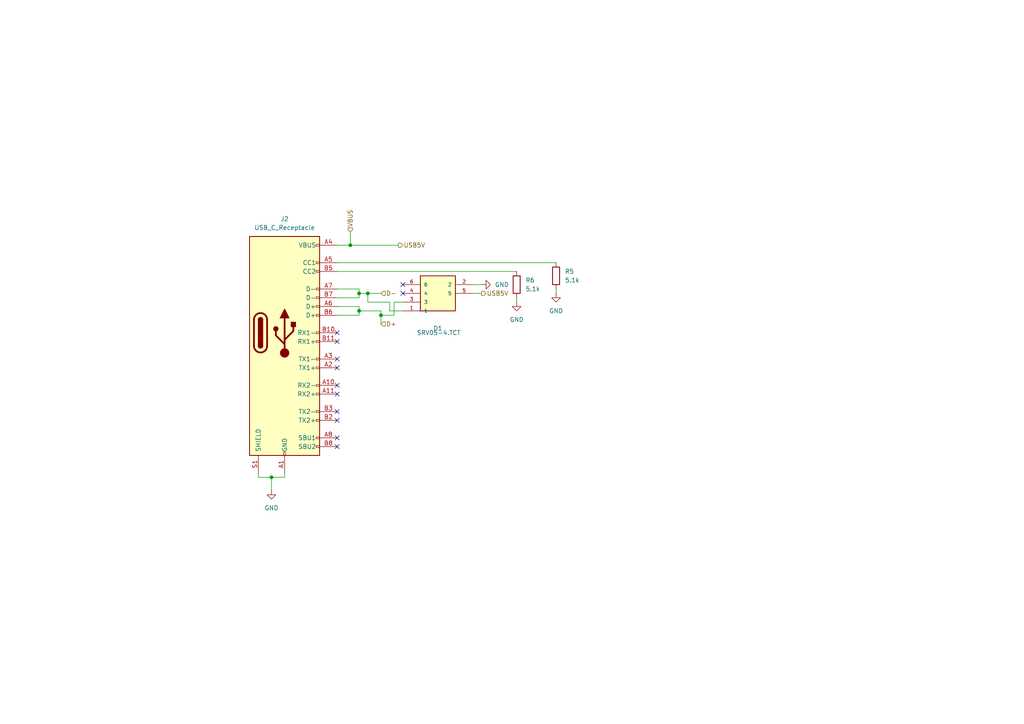
<source format=kicad_sch>
(kicad_sch (version 20250114) (generator "eeschema") (generator_version "9.0")
  (paper "A4")
  (lib_symbols
    (symbol "Connector:USB_C_Receptacle" (pin_names (offset 1.016))
      (property "Reference" "J" (at -10.16 29.21 0))
      (property "Value" "USB_C_Receptacle" (at 10.16 29.21 0))
      (symbol "USB_C_Receptacle_0_0"
        (rectangle (start -0.254 -35.56) (end 0.254 -34.544))
        (rectangle (start 10.16 25.654) (end 9.144 25.146))
        (rectangle (start 10.16 20.574) (end 9.144 20.066))
        (rectangle (start 10.16 18.034) (end 9.144 17.526))
        (rectangle (start 10.16 12.954) (end 9.144 12.446))
        (rectangle (start 10.16 10.414) (end 9.144 9.906))
        (rectangle (start 10.16 7.874) (end 9.144 7.366))
        (rectangle (start 10.16 5.334) (end 9.144 4.826))
        (rectangle (start 10.16 0.254) (end 9.144 -0.254))
        (rectangle (start 10.16 -2.286) (end 9.144 -2.794))
        (rectangle (start 10.16 -7.366) (end 9.144 -7.874))
        (rectangle (start 10.16 -9.906) (end 9.144 -10.414))
        (rectangle (start 10.16 -14.986) (end 9.144 -15.494))
        (rectangle (start 10.16 -17.526) (end 9.144 -18.034))
        (rectangle (start 10.16 -22.606) (end 9.144 -23.114))
        (rectangle (start 10.16 -25.146) (end 9.144 -25.654))
        (rectangle (start 10.16 -30.226) (end 9.144 -30.734))
        (rectangle (start 10.16 -32.766) (end 9.144 -33.274))
      )
      (symbol "USB_C_Receptacle_0_1"
        (rectangle (start -10.16 27.94) (end 10.16 -35.56) (stroke (width 0.254)) (fill (type background)))
        (polyline (pts (xy -8.89 -3.81) (xy -8.89 3.81)) (stroke (width 0.508)))
        (rectangle (start -7.62 -3.81) (end -6.35 3.81) (stroke (width 0.254)) (fill (type outline)))
        (arc (start -7.62 3.81) (mid -6.985 4.4423) (end -6.35 3.81) (stroke (width 0.254)))
        (arc (start -7.62 3.81) (mid -6.985 4.4423) (end -6.35 3.81) (stroke (width 0.254)) (fill (type outline)))
        (arc (start -8.89 3.81) (mid -6.985 5.7067) (end -5.08 3.81) (stroke (width 0.508)))
        (arc (start -5.08 -3.81) (mid -6.985 -5.7067) (end -8.89 -3.81) (stroke (width 0.508)))
        (arc (start -6.35 -3.81) (mid -6.985 -4.4423) (end -7.62 -3.81) (stroke (width 0.254)))
        (arc (start -6.35 -3.81) (mid -6.985 -4.4423) (end -7.62 -3.81) (stroke (width 0.254)) (fill (type outline)))
        (polyline (pts (xy -5.08 3.81) (xy -5.08 -3.81)) (stroke (width 0.508)))
      )
      (symbol "USB_C_Receptacle_1_1"
        (circle (center -2.54 1.143) (radius 0.635) (stroke (width 0.254)) (fill (type outline)))
        (polyline (pts (xy -1.27 4.318) (xy 0 6.858) (xy 1.27 4.318) (xy -1.27 4.318)) (stroke (width 0.254)) (fill (type outline)))
        (polyline (pts (xy 0 -2.032) (xy 2.54 0.508) (xy 2.54 1.778)) (stroke (width 0.508)))
        (polyline (pts (xy 0 -3.302) (xy -2.54 -0.762) (xy -2.54 0.508)) (stroke (width 0.508)))
        (polyline (pts (xy 0 -5.842) (xy 0 4.318)) (stroke (width 0.508)))
        (circle (center 0 -5.842) (radius 1.27) (fill (type outline)))
        (rectangle (start 1.905 1.778) (end 3.175 3.048) (stroke (width 0.254)) (fill (type outline)))
        (pin passive line (at -7.62 -40.64 90) (length 5.08) (name "SHIELD") (number "S1"))
        (pin passive line (at 0 -40.64 90) (length 5.08) (name "GND") (number "A1"))
        (pin passive line (at 0 -40.64 90) (length 5.08) (hide yes) (name "GND") (number "A12"))
        (pin passive line (at 0 -40.64 90) (length 5.08) (hide yes) (name "GND") (number "B1"))
        (pin passive line (at 0 -40.64 90) (length 5.08) (hide yes) (name "GND") (number "B12"))
        (pin passive line (at 15.24 25.4 180) (length 5.08) (name "VBUS") (number "A4"))
        (pin passive line (at 15.24 25.4 180) (length 5.08) (hide yes) (name "VBUS") (number "A9"))
        (pin passive line (at 15.24 25.4 180) (length 5.08) (hide yes) (name "VBUS") (number "B4"))
        (pin passive line (at 15.24 25.4 180) (length 5.08) (hide yes) (name "VBUS") (number "B9"))
        (pin bidirectional line (at 15.24 20.32 180) (length 5.08) (name "CC1") (number "A5"))
        (pin bidirectional line (at 15.24 17.78 180) (length 5.08) (name "CC2") (number "B5"))
        (pin bidirectional line (at 15.24 12.7 180) (length 5.08) (name "D-") (number "A7"))
        (pin bidirectional line (at 15.24 10.16 180) (length 5.08) (name "D-") (number "B7"))
        (pin bidirectional line (at 15.24 7.62 180) (length 5.08) (name "D+") (number "A6"))
        (pin bidirectional line (at 15.24 5.08 180) (length 5.08) (name "D+") (number "B6"))
        (pin bidirectional line (at 15.24 0 180) (length 5.08) (name "RX1-") (number "B10"))
        (pin bidirectional line (at 15.24 -2.54 180) (length 5.08) (name "RX1+") (number "B11"))
        (pin bidirectional line (at 15.24 -7.62 180) (length 5.08) (name "TX1-") (number "A3"))
        (pin bidirectional line (at 15.24 -10.16 180) (length 5.08) (name "TX1+") (number "A2"))
        (pin bidirectional line (at 15.24 -15.24 180) (length 5.08) (name "RX2-") (number "A10"))
        (pin bidirectional line (at 15.24 -17.78 180) (length 5.08) (name "RX2+") (number "A11"))
        (pin bidirectional line (at 15.24 -22.86 180) (length 5.08) (name "TX2-") (number "B3"))
        (pin bidirectional line (at 15.24 -25.4 180) (length 5.08) (name "TX2+") (number "B2"))
        (pin bidirectional line (at 15.24 -30.48 180) (length 5.08) (name "SBU1") (number "A8"))
        (pin bidirectional line (at 15.24 -33.02 180) (length 5.08) (name "SBU2") (number "B8"))
      )
    )
    (symbol "Device:R" (pin_numbers (hide yes)) (pin_names (offset 0))
      (property "Reference" "R" (at 2.032 0 90))
      (property "Value" "R" (at 0 0 90))
      (symbol "R_0_1"
        (rectangle (start -1.016 -2.54) (end 1.016 2.54) (stroke (width 0.254)))
      )
      (symbol "R_1_1"
        (pin passive line (at 0 3.81 270) (length 1.27) (name "~") (number "1"))
        (pin passive line (at 0 -3.81 90) (length 1.27) (name "~") (number "2"))
      )
    )
    (symbol "SRV05-4.TCT:SRV05-4.TCT" (pin_names (offset 1.016))
      (property "Reference" "D" (at -3.81 0 0))
      (property "Value" "SRV05-4.TCT" (at -3.81 2.54 0))
      (symbol "SRV05-4.TCT_0_0"
        (rectangle (start 5.08 -7.62) (end 15.24 2.54) (stroke (width 0.254)) (fill (type background)))
        (pin bidirectional line (at 0 -2.54 0) (length 5.08) (name "5") (number "5"))
        (pin bidirectional line (at 0 -5.08 0) (length 5.08) (name "2") (number "2"))
        (pin bidirectional line (at 20.32 2.54 180) (length 5.08) (name "1") (number "1"))
        (pin bidirectional line (at 20.32 0 180) (length 5.08) (name "3") (number "3"))
        (pin bidirectional line (at 20.32 -2.54 180) (length 5.08) (name "4") (number "4"))
        (pin bidirectional line (at 20.32 -5.08 180) (length 5.08) (name "6") (number "6"))
      )
    )
    (symbol "power:GND" (power) (pin_numbers (hide yes)) (pin_names (offset 0) (hide yes))
      (property "Value" "GND" (at 0 -3.81 0))
      (symbol "GND_0_1"
        (polyline (pts (xy 0 0) (xy 0 -1.27) (xy 1.27 -1.27) (xy 0 -2.54) (xy -1.27 -1.27) (xy 0 -1.27)))
      )
      (symbol "GND_1_1"
        (pin power_in line (at 0 0 270) (length 0) (name "~") (number "1"))
      )
    )
  )
  (junction (at 101.6 71.12))
  (junction (at 110.49 91.44))
  (junction (at 78.74 138.43))
  (junction (at 106.68 85.09))
  (junction (at 104.14 85.09))
  (junction (at 104.14 90.17))
  (no_connect (at 97.79 104.14))
  (no_connect (at 116.84 85.09))
  (no_connect (at 97.79 129.54))
  (no_connect (at 97.79 121.92))
  (no_connect (at 97.79 119.38))
  (no_connect (at 97.79 96.52))
  (no_connect (at 97.79 114.3))
  (no_connect (at 97.79 99.06))
  (no_connect (at 116.84 82.55))
  (no_connect (at 97.79 106.68))
  (no_connect (at 97.79 111.76))
  (no_connect (at 97.79 127))
  (wire (pts (xy 113.03 90.17) (xy 113.03 87.63)))
  (wire (pts (xy 78.74 138.43) (xy 82.55 138.43)))
  (wire (pts (xy 104.14 91.44) (xy 97.79 91.44)))
  (wire (pts (xy 116.84 90.17) (xy 113.03 90.17)))
  (wire (pts (xy 104.14 85.09) (xy 106.68 85.09)))
  (wire (pts (xy 139.7 85.09) (xy 137.16 85.09)))
  (wire (pts (xy 114.3 91.44) (xy 110.49 91.44)))
  (wire (pts (xy 149.86 86.36) (xy 149.86 87.63)))
  (wire (pts (xy 104.14 83.82) (xy 104.14 85.09)))
  (wire (pts (xy 97.79 71.12) (xy 101.6 71.12)))
  (wire (pts (xy 97.79 88.9) (xy 104.14 88.9)))
  (wire (pts (xy 104.14 90.17) (xy 104.14 91.44)))
  (wire (pts (xy 97.79 78.74) (xy 149.86 78.74)))
  (wire (pts (xy 78.74 138.43) (xy 78.74 142.24)))
  (wire (pts (xy 114.3 87.63) (xy 114.3 91.44)))
  (wire (pts (xy 106.68 85.09) (xy 110.49 85.09)))
  (wire (pts (xy 110.49 91.44) (xy 110.49 90.17)))
  (wire (pts (xy 97.79 83.82) (xy 104.14 83.82)))
  (wire (pts (xy 101.6 71.12) (xy 115.57 71.12)))
  (wire (pts (xy 104.14 90.17) (xy 110.49 90.17)))
  (wire (pts (xy 97.79 76.2) (xy 161.29 76.2)))
  (wire (pts (xy 110.49 93.98) (xy 110.49 91.44)))
  (wire (pts (xy 113.03 87.63) (xy 106.68 87.63)))
  (wire (pts (xy 74.93 138.43) (xy 78.74 138.43)))
  (wire (pts (xy 104.14 88.9) (xy 104.14 90.17)))
  (wire (pts (xy 116.84 87.63) (xy 114.3 87.63)))
  (wire (pts (xy 139.7 82.55) (xy 137.16 82.55)))
  (wire (pts (xy 161.29 83.82) (xy 161.29 85.09)))
  (wire (pts (xy 74.93 138.43) (xy 74.93 137.16)))
  (wire (pts (xy 104.14 86.36) (xy 97.79 86.36)))
  (wire (pts (xy 106.68 85.09) (xy 106.68 87.63)))
  (wire (pts (xy 101.6 67.31) (xy 101.6 71.12)))
  (wire (pts (xy 82.55 138.43) (xy 82.55 137.16)))
  (wire (pts (xy 104.14 85.09) (xy 104.14 86.36)))
  (hierarchical_label "VBUS" (shape input) (at 101.6 67.31 90))
  (hierarchical_label "D-" (shape input) (at 110.49 85.09 0))
  (hierarchical_label "D+" (shape input) (at 110.49 93.98 0))
  (hierarchical_label "USB5V" (shape output) (at 115.57 71.12 0))
  (hierarchical_label "USB5V" (shape output) (at 139.7 85.09 0))
  (symbol (lib_id "Connector:USB_C_Receptacle") (at 82.55 96.52 0) (unit 1)
    (property "Reference" "J2" (at 82.55 63.5 0))
    (property "Value" "USB_C_Receptacle" (at 82.55 66.04 0))
    (property "Footprint" "Connector_USB:USB_C_Receptacle_HRO_TYPE-C-31-M-12" (effects (hide yes)))
    (property "Datasheet" "https://www.usb.org/sites/default/files/documents/usb_type-c.zip" (effects (hide yes)))
    (property "Description" "USB Full-Featured Type-C Receptacle connector" (effects (hide yes)))
    (property "LCSC" "C49566391" (effects (hide yes)))
  )
  (symbol (lib_id "SRV05-4.TCT:SRV05-4.TCT") (at 137.16 87.63 180) (unit 1)
    (property "Reference" "D4" (at 127 95.25 0))
    (property "Value" "SRV05-4.TCT" (at 127.254 96.52 0))
    (property "Footprint" "custom footprints:SOT-23-6_L2.9-W1.6-P0.95-LS2.8-BR" (effects (hide yes)))
    (property "MANUFACTURER_NAME" "SEMTECH" (effects (hide yes)))
    (property "MF" "UMW" (effects (hide yes)))
    (property "MOUSER_PRICE-STOCK" "https://www.mouser.com/Search/Refine.aspx?Keyword=947-SRV05-4.TCT" (effects (hide yes)))
    (property "DESCRIPTION" "Semtech SRV05-4.TCT, Uni-Directional TVS Diode Array, 300W, 6-Pin SOT-23" (effects (hide yes)))
    (property "MOUSER_PART_NUMBER" "947-SRV05-4.TCT" (effects (hide yes)))
    (property "Check_prices" "https://www.snapeda.com/parts/SRV05-4.TCT/UMW/view-part/?ref=eda" (effects (hide yes)))
    (property "HEIGHT" "1.45mm" (effects (hide yes)))
    (property "MP" "SRV05-4.TCT" (effects (hide yes)))
    (property "Description_1" "ESD Suppressors / TVS Diodes SOT-23 5V 4DIODE Low Capacitance" (effects (hide yes)))
    (property "Availability" "In Stock" (effects (hide yes)))
    (property "MANUFACTURER_PART_NUMBER" "SRV05-4.TCT" (effects (hide yes)))
    (property "LCSC" "C13612" (effects (hide yes)))
    (instances (project "" (path "" (reference "D1") (unit 1))) (project "" (path "" (reference "D4") (unit 1))))
  )
  (symbol (lib_id "power:GND") (at 149.86 87.63 0) (mirror y) (unit 1)
    (property "Reference" "#PWR061" (effects (hide yes)))
    (property "Value" "GND" (at 149.86 92.71 0))
    (property "Description" "Power symbol creates a global label with name \"GND\" , ground" (effects (hide yes)))
    (instances (project "" (path "" (reference "#PWR048") (unit 1))) (project "CAN-Interface-Board" (path "" (reference "#PWR061") (unit 1))))
  )
  (symbol (lib_id "power:GND") (at 139.7 82.55 90) (unit 1)
    (property "Reference" "#PWR059" (effects (hide yes)))
    (property "Value" "GND" (at 143.51 82.5501 90) (effects (justify right)))
    (property "Description" "Power symbol creates a global label with name \"GND\" , ground" (effects (hide yes)))
    (instances (project "" (path "" (reference "#PWR051") (unit 1))) (project "CAN-Interface-Board" (path "" (reference "#PWR059") (unit 1))))
  )
  (symbol (lib_id "power:GND") (at 78.74 142.24 0) (unit 1)
    (property "Reference" "#PWR058" (effects (hide yes)))
    (property "Value" "GND" (at 78.74 147.32 0))
    (property "Description" "Power symbol creates a global label with name \"GND\" , ground" (effects (hide yes)))
    (instances (project "" (path "" (reference "#PWR047") (unit 1))) (project "CAN-Interface-Board" (path "" (reference "#PWR058") (unit 1))))
  )
  (symbol (lib_id "Device:R") (at 149.86 82.55 0) (unit 1)
    (property "Reference" "R6" (at 152.4 81.2799 0) (effects (justify left)))
    (property "Value" "5.1k" (at 152.4 83.8199 0) (effects (justify left)))
    (property "Footprint" "Resistor_SMD:R_0805_2012Metric_Pad1.20x1.40mm_HandSolder" (effects (hide yes)))
    (property "Description" "Resistor" (effects (hide yes)))
    (property "LCSC" "C27834" (effects (hide yes)))
  )
  (symbol (lib_id "power:GND") (at 161.29 85.09 0) (unit 1)
    (property "Reference" "#PWR062" (effects (hide yes)))
    (property "Value" "GND" (at 161.29 90.17 0))
    (property "Description" "Power symbol creates a global label with name \"GND\" , ground" (effects (hide yes)))
    (instances (project "" (path "" (reference "#PWR049") (unit 1))) (project "CAN-Interface-Board" (path "" (reference "#PWR062") (unit 1))))
  )
  (symbol (lib_id "Device:R") (at 161.29 80.01 0) (unit 1)
    (property "Reference" "R7" (at 163.83 78.7399 0) (effects (justify left)))
    (property "Value" "5.1k" (at 163.83 81.2799 0) (effects (justify left)))
    (property "Footprint" "Resistor_SMD:R_0805_2012Metric_Pad1.20x1.40mm_HandSolder" (effects (hide yes)))
    (property "Description" "Resistor" (effects (hide yes)))
    (property "LCSC" "C27834" (effects (hide yes)))
    (instances (project "" (path "" (reference "R5") (unit 1))) (project "" (path "" (reference "R7") (unit 1))))
  )
)
</source>
